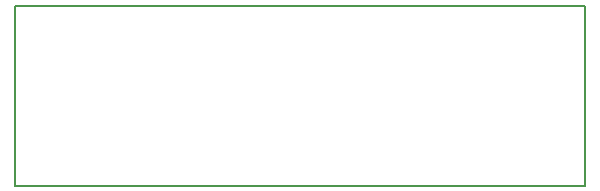
<source format=gbr>
G04 #@! TF.FileFunction,Profile,NP*
%FSLAX46Y46*%
G04 Gerber Fmt 4.6, Leading zero omitted, Abs format (unit mm)*
G04 Created by KiCad (PCBNEW 4.0.2-stable) date 12/13/2016 12:23:09 PM*
%MOMM*%
G01*
G04 APERTURE LIST*
%ADD10C,0.100000*%
%ADD11C,0.150000*%
G04 APERTURE END LIST*
D10*
D11*
X145796000Y-107188000D02*
X194056000Y-107188000D01*
X145796000Y-91948000D02*
X145796000Y-107188000D01*
X194056000Y-91948000D02*
X145796000Y-91948000D01*
X194056000Y-107188000D02*
X194056000Y-91948000D01*
M02*

</source>
